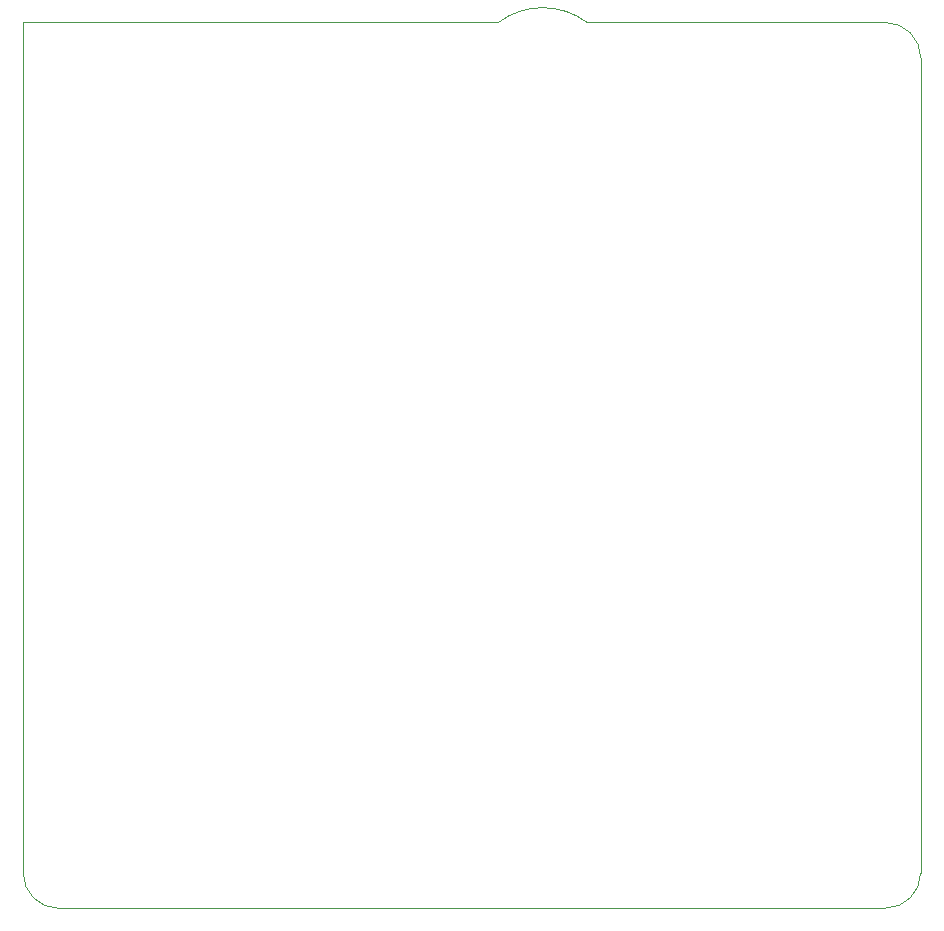
<source format=gbr>
G04 #@! TF.FileFunction,Profile,NP*
%FSLAX46Y46*%
G04 Gerber Fmt 4.6, Leading zero omitted, Abs format (unit mm)*
G04 Created by KiCad (PCBNEW 4.0.5) date 02/09/17 17:51:42*
%MOMM*%
%LPD*%
G01*
G04 APERTURE LIST*
%ADD10C,0.100000*%
G04 APERTURE END LIST*
D10*
X3000000Y-75000000D02*
G75*
G02X0Y-72000000I0J3000000D01*
G01*
X3000000Y-75000000D02*
X73000000Y-75000000D01*
X0Y-72000000D02*
X0Y0D01*
X73000000Y0D02*
G75*
G02X76000000Y-3000000I0J-3000000D01*
G01*
X73000000Y0D02*
X47750000Y0D01*
X76000000Y-3000000D02*
X76000000Y-72000000D01*
X76000000Y-72000000D02*
G75*
G02X73000000Y-75000000I-3000000J0D01*
G01*
X40250000Y0D02*
X0Y0D01*
X40250000Y0D02*
G75*
G02X47750000Y0I3750000J-5000000D01*
G01*
M02*

</source>
